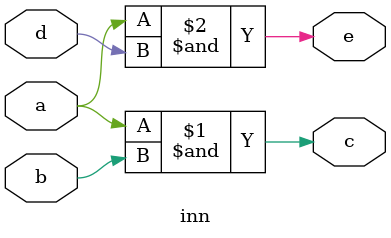
<source format=v>


module unconnected(input a, input b, output c);
inn foo(.a(a), .b(b), .c(c), .d(), .e());
endmodule

module inn(input a, input b, input d, output c, output e);

assign c = a & b;
assign e = a & d;
endmodule


</source>
